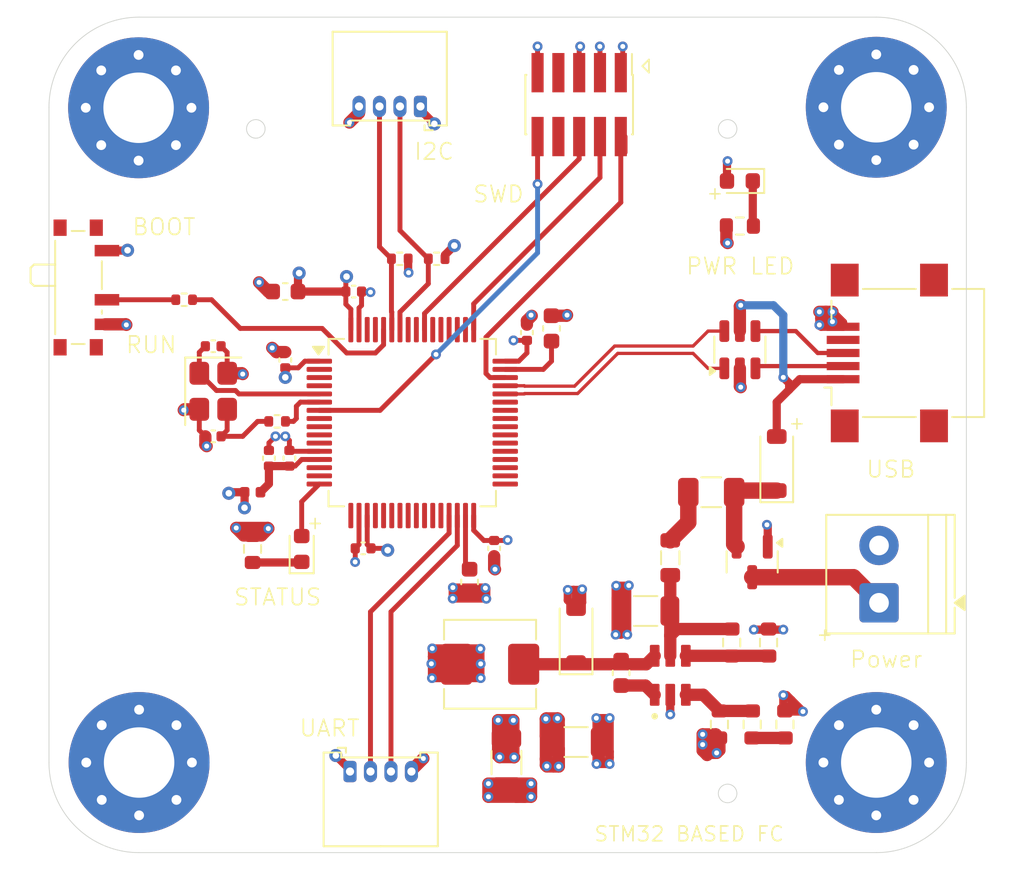
<source format=kicad_pcb>
(kicad_pcb (version 20241229) (generator "pcbnew") (generator_version "9.0")
  (layers (0 "F.Cu" signal) (4 "In1.Cu" power) (6 "In2.Cu" power) (2 "B.Cu" signal) (13 "F.Paste" user) (15 "B.Paste" user) (5 "F.SilkS" user "F.Silkscreen") (7 "B.SilkS" user "B.Silkscreen") (1 "F.Mask" user) (3 "B.Mask" user) (25 "Edge.Cuts" user))
  (net 0 "")
  (net 1 "Net-(U1-VCAP_2)")
  (net 2 "GND")
  (net 3 "Net-(U1-VCAP_1)")
  (net 4 "+3.3V")
  (net 5 "+3.3VA")
  (net 6 "HSE_IN")
  (net 7 "Net-(C12-Pad1)")
  (net 8 "BUCK_IN")
  (net 9 "BUCK_BST")
  (net 10 "BUCK_SW")
  (net 11 "Net-(D1-K)")
  (net 12 "LED_STATUS")
  (net 13 "Net-(D3-K)")
  (net 14 "+5V")
  (net 15 "Net-(D4-K)")
  (net 16 "+12V")
  (net 17 "Net-(F1-Pad2)")
  (net 18 "SWDIO")
  (net 21 "SWO")
  (net 22 "NRST")
  (net 23 "SWCLK")
  (net 24 "USB_Con_D+")
  (net 28 "USB_Con_D-")
  (net 31 "I2C_SCL")
  (net 32 "I2C_SDA")
  (net 33 "UART3_TX")
  (net 34 "UART3_RX")
  (net 35 "Net-(SW1-B)")
  (net 36 "BOOT0")
  (net 37 "HSE_OUT")
  (net 38 "BUCK_FB")
  (net 39 "Net-(R4-Pad1)")
  (net 50 "USB_D-")
  (net 52 "USB_D+")
  (net 81 "BUCK_EN")
  (footprint "Crystal:Crystal_SMD_3225-4Pin_3.2x2.5mm" (layer "F.Cu") (at 128.6 96.05 -90)
    (property "Reference" "Y1")
    (property "Value" "16MHz")
  )
  (footprint "Resistor_SMD:R_0603_1608Metric" (layer "F.Cu") (at 159.5 116.3875 -90)
    (property "Reference" "R5" (hide yes))
    (property "Value" "47k")
  )
  (footprint "Capacitor_SMD:C_0603_1608Metric" (layer "F.Cu") (at 133 89.9625 180)
    (property "Reference" "C3" (hide yes))
    (property "Value" "4u7")
  )
  (footprint "Capacitor_SMD:C_0402_1005Metric" (layer "F.Cu") (at 133 94.1375 90)
    (property "Reference" "C4")
    (property "Value" "100n")
  )
  (footprint "Connector_Molex:Molex_PicoBlade_53048-0410_1x04_P1.25mm_Horizontal" (layer "F.Cu") (at 141.25 78.6625 180)
    (property "Reference" "J4")
    (property "Value" "I2C")
  )
  (footprint "Capacitor_SMD:C_1206_3216Metric" (layer "F.Cu") (at 150.75 117.4625 180)
    (property "Reference" "C15" (hide yes))
    (property "Value" "10u")
  )
  (footprint "Capacitor_SMD:C_0402_1005Metric" (layer "F.Cu") (at 147.75 92.4625 90)
    (property "Reference" "C8")
    (property "Value" "100n")
  )
  (footprint "Capacitor_SMD:C_0402_1005Metric" (layer "F.Cu") (at 132 100.1375 90)
    (property "Reference" "C9")
    (property "Value" "1n")
  )
  (footprint "Connector_USB:USB_Mini-B_Lumberg_2486_01_Horizontal" (layer "F.Cu") (at 169.75 93.7125 90)
    (property "Reference" "J3" (hide yes))
    (property "Value" "USB_B_Mini")
  )
  (footprint "Capacitor_SMD:C_0402_1005Metric" (layer "F.Cu") (at 128.6 98.8 180)
    (property "Reference" "C12")
    (property "Value" "12p")
  )
  (footprint "Inductor_SMD:L_Sunlord_MWSA0518S" (layer "F.Cu") (at 145.5 112.7125 180)
    (property "Reference" "L2" (hide yes))
    (property "Value" "10u")
  )
  (footprint "Resistor_SMD:R_0603_1608Metric" (layer "F.Cu") (at 131 105.675 -90)
    (property "Reference" "R3" (hide yes))
    (property "Value" "1k5")
  )
  (footprint "Capacitor_SMD:C_0402_1005Metric" (layer "F.Cu") (at 137.175 89.9625)
    (property "Reference" "C7")
    (property "Value" "100n")
  )
  (footprint "MountingHole:MountingHole_4.3mm_M4_Pad_Via" (layer "F.Cu") (at 169.075 118.7125)
    (property "Reference" "H4" (hide yes))
    (property "Value" "MountingHole_Pad")
  )
  (footprint "Connector_Molex:Molex_PicoBlade_53048-0410_1x04_P1.25mm_Horizontal" (layer "F.Cu") (at 136.95 119.2625)
    (property "Reference" "J5" (hide yes))
    (property "Value" "UART")
  )
  (footprint "Capacitor_SMD:C_0402_1005Metric" (layer "F.Cu") (at 145.75 105.6375 -90)
    (property "Reference" "C6")
    (property "Value" "100n")
  )
  (footprint "MountingHole:MountingHole_4.3mm_M4_Pad_Via" (layer "F.Cu") (at 169.075 78.7125)
    (property "Reference" "H1")
    (property "Value" "MountingHole_Pad")
  )
  (footprint "MP2359DJ-LF-Z:SOT95P280X100-6N" (layer "F.Cu") (at 156.5 113.3875 90)
    (property "Reference" "U2" (hide yes))
    (property "Value" "MP2359DJ-LF-Z")
  )
  (footprint "LED_SMD:LED_0603_1608Metric" (layer "F.Cu") (at 134 105.675 90)
    (property "Reference" "D1" (hide yes))
    (property "Value" "Blue")
  )
  (footprint "Resistor_SMD:R_0603_1608Metric" (layer "F.Cu") (at 160.75 85.9625)
    (property "Reference" "R9" (hide yes))
    (property "Value" "2k2")
  )
  (footprint "Package_QFP:LQFP-64_10x10mm_P0.5mm" (layer "F.Cu") (at 140.75 97.9625)
    (property "Reference" "U1" (hide yes))
    (property "Value" "STM32F405RGT6")
  )
  (footprint "Capacitor_SMD:C_0603_1608Metric" (layer "F.Cu") (at 149.25 92.2125 90)
    (property "Reference" "C1")
    (property "Value" "2u2")
  )
  (footprint "Resistor_SMD:R_0402_1005Metric" (layer "F.Cu") (at 132.5 97.8875)
    (property "Reference" "R2")
    (property "Value" "47")
  )
  (footprint "Resistor_SMD:R_0402_1005Metric" (layer "F.Cu") (at 139.99 87.9625)
    (property "Reference" "R8")
    (property "Value" "2k2")
  )
  (footprint "Capacitor_SMD:C_0402_1005Metric" (layer "F.Cu") (at 133.25 100.1375 90)
    (property "Reference" "C10")
    (property "Value" "10n")
  )
  (footprint "Capacitor_SMD:C_0603_1608Metric" (layer "F.Cu") (at 153.5 113.2375 90)
    (property "Reference" "C14" (hide yes))
    (property "Value" "10n")
  )
  (footprint "Resistor_SMD:R_0603_1608Metric" (layer "F.Cu") (at 162.5 111.3875 90)
    (property "Reference" "R11" (hide yes))
    (property "Value" "68k")
  )
  (footprint "Capacitor_SMD:C_1206_3216Metric" (layer "F.Cu") (at 155 109.4625 180)
    (property "Reference" "C13" (hide yes))
    (property "Value" "10u")
  )
  (footprint "Resistor_SMD:R_0603_1608Metric" (layer "F.Cu") (at 163.5 116.3875 -90)
    (property "Reference" "R6" (hide yes))
    (property "Value" "270")
  )
  (footprint "Capacitor_SMD:C_0603_1608Metric" (layer "F.Cu") (at 144.25 107.6875 -90)
    (property "Reference" "C2")
    (property "Value" "2u2")
  )
  (footprint "Capacitor_SMD:C_0402_1005Metric" (layer "F.Cu") (at 128.6 93.3)
    (property "Reference" "C11")
    (property "Value" "12p")
  )
  (footprint "Resistor_SMD:R_0402_1005Metric" (layer "F.Cu") (at 126.825 90.4625 180)
    (property "Reference" "R1")
    (property "Value" "10k")
  )
  (footprint "Package_TO_SOT_SMD:SOT-23" (layer "F.Cu") (at 161.5 106.4625 -90)
    (property "Reference" "Q1" (hide yes))
    (property "Value" "AO3401A")
  )
  (footprint "LED_SMD:LED_0603_1608Metric" (layer "F.Cu") (at 160.75 83.2125 180)
    (property "Reference" "D4" (hide yes))
    (property "Value" "Green")
  )
  (footprint "Package_TO_SOT_SMD:SOT-23-6" (layer "F.Cu") (at 160.75 93.5125 90)
    (property "Reference" "U3" (hide yes))
    (property "Value" "USBLC6-2SC6")
  )
  (footprint "Connector_PinHeader_1.27mm:PinHeader_2x05_P1.27mm_Vertical_SMD" (layer "F.Cu") (at 150.94 78.55 -90)
    (property "Reference" "J2" (hide yes))
    (property "Value" "SWD")
  )
  (footprint "Capacitor_SMD:C_0402_1005Metric" (layer "F.Cu") (at 137.75 105.6375 180)
    (property "Reference" "C5")
    (property "Value" "100n")
  )
  (footprint "MountingHole:MountingHole_4.3mm_M4_Pad_Via" (layer "F.Cu") (at 124.044581 78.742919)
    (property "Reference" "H3" (hide yes))
    (property "Value" "MountingHole_Pad")
  )
  (footprint "Inductor_SMD:L_0805_2012Metric" (layer "F.Cu") (at 156.5 106.2125 -90)
    (property "Reference" "FB1" (hide yes))
    (property "Value" "600@600Mhz")
  )
  (footprint "Resistor_SMD:R_0603_1608Metric" (layer "F.Cu") (at 160.25 111.3875 -90)
    (property "Reference" "R10" (hide yes))
    (property "Value" "100k")
  )
  (footprint "TerminalBlock_Phoenix:TerminalBlock_Phoenix_PT-1,5-2-3.5-H_1x02_P3.50mm_Horizontal" (layer "F.Cu") (at 169.2425 108.9625 90)
    (property "Reference" "J1" (hide yes))
    (property "Value" "Screw_Terminal_01x02")
  )
  (footprint "Resistor_SMD:R_0603_1608Metric" (layer "F.Cu") (at 161.5 116.3875 90)
    (property "Reference" "R4" (hide yes))
    (property "Value" "15k")
  )
  (footprint "Resistor_SMD:R_0402_1005Metric" (layer "F.Cu") (at 142.24 87.9625)
    (property "Reference" "R7")
    (property "Value" "2k2")
  )
  (footprint "Diode_SMD:D_SOD-123" (layer "F.Cu") (at 150.75 110.9625 90)
    (property "Reference" "D2" (hide yes))
    (property "Value" "B5819W")
  )
  (footprint "Capacitor_SMD:C_1206_3216Metric" (layer "F.Cu") (at 146.5 118.7125 90)
    (property "Reference" "C16" (hide yes))
    (property "Value" "10u")
  )
  (footprint "Diode_SMD:D_SOD-123" (layer "F.Cu") (at 163 100.4625 90)
    (property "Reference" "D3" (hide yes))
    (property "Value" "B5819W")
  )
  (footprint "MountingHole:MountingHole_4.3mm_M4_Pad_Via" (layer "F.Cu") (at 124.075 118.7125)
    (property "Reference" "H2" (hide yes))
    (property "Value" "MountingHole_Pad")
  )
  (footprint "Inductor_SMD:L_0402_1005Metric" (layer "F.Cu") (at 131 102.2125)
    (property "Reference" "L1")
    (property "Value" "39n")
  )
  (footprint "Fuse:Fuse_1206_3216Metric" (layer "F.Cu") (at 159 102.2125 180)
    (property "Reference" "F1" (hide yes))
    (property "Value" "250mA")
  )
  (footprint "Button_Switch_SMD:SW_SPDT_PCM12" (layer "F.Cu") (at 120.682237 89.713709 -90)
    (property "Reference" "SW1" (hide yes))
    (property "Value" "SW_SPDT")
  )
  (gr_line (start 155.2 75.8) (end 154.8 76.2) (stroke (width 0.1)) (layer "F.SilkS"))
  (gr_line (start 154.8 76.2) (end 155.2 75.8) (stroke (width 0.1)) (layer "F.SilkS"))
  (gr_line (start 155.2 76.6) (end 155.2 75.8) (stroke (width 0.1)) (layer "F.SilkS"))
  (gr_line (start 154.8 76.2) (end 155.2 76.6) (stroke (width 0.1)) (layer "F.SilkS"))
  (gr_line (start 118.575 118.7125) (end 118.575 78.7125) (stroke (width 0.05)) (layer "Edge.Cuts"))
  (gr_arc (start 174.575 118.7125) (mid 172.964087 122.601587) (end 169.075 124.2125) (stroke (width 0.05)) (layer "Edge.Cuts"))
  (gr_line (start 174.575 118.7125) (end 174.575 78.7125) (stroke (width 0.05)) (layer "Edge.Cuts"))
  (gr_circle (center 160 120.6) (end 160.567 120.6) (stroke (width 0.05)) (fill no) (layer "Edge.Cuts"))
  (gr_arc (start 124.075 124.2125) (mid 120.185913 122.601587) (end 118.575 118.7125) (stroke (width 0.05)) (layer "Edge.Cuts"))
  (gr_circle (center 131.2 80.033) (end 131.767 80.033) (stroke (width 0.05)) (fill no) (layer "Edge.Cuts"))
  (gr_line (start 169.075 124.2125) (end 124.075 124.2125) (stroke (width 0.05)) (layer "Edge.Cuts"))
  (gr_circle (center 160 80.033) (end 160.567 80.033) (stroke (width 0.05)) (fill no) (layer "Edge.Cuts"))
  (gr_arc (start 118.575 78.7125) (mid 120.185913 74.823413) (end 124.075 73.2125) (stroke (width 0.05)) (layer "Edge.Cuts"))
  (gr_line (start 124.075 73.2125) (end 169.075 73.2125) (stroke (width 0.05)) (layer "Edge.Cuts"))
  (gr_arc (start 169.075 73.2125) (mid 172.964087 74.823413) (end 174.575 78.7125) (stroke (width 0.05)) (layer "Edge.Cuts"))
  (gr_text "RUN\n" (at 123.2 93.8 0) (layer "F.SilkS") (effects (font (size 1 1) (thickness 0.1)) (justify left bottom)))
  (gr_text "+" (at 158.667828 84.405164 0) (layer "F.SilkS") (effects (font (size 0.8 0.8) (thickness 0.1)) (justify left bottom)))
  (gr_text "STATUS" (at 129.8 109.2 0) (layer "F.SilkS") (effects (font (size 1 1) (thickness 0.1)) (justify left bottom)))
  (gr_text "+" (at 165.369099 111.346194 0) (layer "F.SilkS") (effects (font (size 0.8 0.8) (thickness 0.1)) (justify left bottom)))
  (gr_text "STM32 BASED FC" (at 151.8 123.6 0) (layer "F.SilkS") (effects (font (size 0.9 0.9) (thickness 0.1)) (justify left bottom)))
  (gr_text "USB" (at 168.4 101.4 0) (layer "F.SilkS") (effects (font (size 1 1) (thickness 0.1)) (justify left bottom)))
  (gr_text "UART" (at 133.8 117.2 0) (layer "F.SilkS") (effects (font (size 1 1) (thickness 0.1)) (justify left bottom)))
  (gr_text "SWD" (at 144.4 84.6 0) (layer "F.SilkS") (effects (font (size 1 1) (thickness 0.1)) (justify left bottom)))
  (gr_text "BOOT" (at 123.6 86.6 0) (layer "F.SilkS") (effects (font (size 1 1) (thickness 0.1)) (justify left bottom)))
  (gr_text "+" (at 134.261314 104.528188 0) (layer "F.SilkS") (effects (font (size 0.8 0.8) (thickness 0.1)) (justify left bottom)))
  (gr_text "+" (at 163.67197 98.443539 0) (layer "F.SilkS") (effects (font (size 0.8 0.8) (thickness 0.1)) (justify left bottom)))
  (gr_text "I2C" (at 140.8 82 0) (layer "F.SilkS") (effects (font (size 1 1) (thickness 0.1)) (justify left bottom)))
  (gr_text "Power" (at 167.4 113 0) (layer "F.SilkS") (effects (font (size 1 1) (thickness 0.1)) (justify left bottom)))
  (gr_text "PWR LED\n" (at 157.4 89 0) (layer "F.SilkS") (effects (font (size 1 1) (thickness 0.1)) (justify left bottom)))
  (segment (start 149.25 92.9875) (end 149.25 94.2125) (width 0.3) (layer "F.Cu") (net 1))
  (segment (start 149.25 94.2125) (end 148.75 94.7125) (width 0.3) (layer "F.Cu") (net 1))
  (segment (start 148.75 94.7125) (end 146.425 94.7125) (width 0.3) (layer "F.Cu") (net 1))
  (segment (start 147.6 120.8) (end 148 120.8) (width 0.75) (layer "F.Cu") (net 2))
  (segment (start 153.166528 109.6) (end 153.166528 110.6) (width 0.5) (layer "F.Cu") (net 2))
  (segment (start 165.6 91.6) (end 165.8 91.8) (width 0.5) (layer "F.Cu") (net 2))
  (segment (start 128.12 99.32) (end 128.2 99.4) (width 0.75) (layer "F.Cu") (net 2))
  (segment (start 137.5 79.060359) (end 136.915629 79.64473) (width 0.75) (layer "F.Cu") (net 2))
  (segment (start 146.5 120.1875) (end 147.1125 120.8) (width 0.75) (layer "F.Cu") (net 2))
  (segment (start 162.45 104.25) (end 162.4 104.2) (width 0.5) (layer "F.Cu") (net 2))
  (segment (start 148 120.8) (end 148 120) (width 0.75) (layer "F.Cu") (net 2))
  (segment (start 153.683265 110.716735) (end 153.166528 110.199999) (width 0.5) (layer "F.Cu") (net 2))
  (segment (start 164.6 115.6) (end 163.5375 115.6) (width 0.5) (layer "F.Cu") (net 2))
  (segment (start 137.5 78.6625) (end 137.5 79.060359) (width 0.75) (layer "F.Cu") (net 2))
  (segment (start 131 104.85) (end 130.462969 104.85) (width 0.75) (layer "F.Cu") (net 2))
  (segment (start 140.7 119.2625) (end 140.7 119.192978) (width 0.75) (layer "F.Cu") (net 2))
  (segment (start 130.005527 104.392558) (end 131.925557 104.392558) (width 0.75) (layer "F.Cu") (net 2))
  (segment (start 147.1125 120.8) (end 147.6 120.8) (width 0.75) (layer "F.Cu") (net 2))
  (segment (start 130.462969 104.85) (end 130.005527 104.392558) (width 0.75) (layer "F.Cu") (net 2))
  (segment (start 152.225 117.4625) (end 152.225 118.425) (width 0.5) (layer "F.Cu") (net 2))
  (segment (start 146.5 120.1875) (end 147.4125 120.1875) (width 0.75) (layer "F.Cu") (net 2))
  (segment (start 137.655 89.9625) (end 138.1625 89.9625) (width 0.3) (layer "F.Cu") (net 2))
  (segment (start 149.25 91.4375) (end 150.1625 91.4375) (width 0.75) (layer "F.Cu") (net 2))
  (segment (start 132 99.2) (end 132.4 98.8) (width 0.3) (layer "F.Cu") (net 2))
  (segment (start 165.6 91.2) (end 166 91.2) (width 0.75) (layer "F.Cu") (net 2))
  (segment (start 156.5 114.5775) (end 156.5 115.776634) (width 0.5) (layer "F.Cu") (net 2))
  (segment (start 152.225 117.4625) (end 152.8 118.0375) (width 0.5) (layer "F.Cu") (net 2))
  (segment (start 152.225 116.575) (end 152.8 116) (width 0.5) (layer "F.Cu") (net 2))
  (segment (start 147.6 120) (end 148 120) (width 0.75) (layer "F.Cu") (net 2))
  (segment (start 167.05 92.1125) (end 165.7125 92.1125) (width 0.5) (layer "F.Cu") (net 2))
  (segment (start 147.4125 120.1875) (end 147.6 120) (width 0.75) (layer "F.Cu") (net 2))
  (segment (start 137.655 89.9625) (end 137.655 90.8085) (width 0.3) (layer "F.Cu") (net 2))
  (segment (start 152.21 75.01) (end 152.2 75) (width 0.3) (layer "F.Cu") (net 2))
  (segment (start 150.1625 91.4375) (end 150.2 91.4) (width 0.75) (layer "F.Cu") (net 2))
  (segment (start 153.166528 110.6) (end 153.166528 107.951691) (width 0.5) (layer "F.Cu") (net 2))
  (segment (start 153.166528 110.906611) (end 153.166528 110.6) (width 0.5) (layer "F.Cu") (net 2))
  (segment (start 166.4 91.8) (end 165.8 91.8) (width 0.5) (layer "F.Cu") (net 2))
  (segment (start 167.05 91.85) (end 166.4 91.2) (width 0.5) (layer "F.Cu") (net 2))
  (segment (start 163.5375 115.6) (end 163.5 115.5625) (width 0.5) (layer "F.Cu") (net 2))
  (segment (start 145.4 120.8) (end 147.6 120.8) (width 0.75) (layer "F.Cu") (net 2))
  (segment (start 166 92) (end 166.2 92) (width 0.5) (layer "F.Cu") (net 2))
  (segment (start 137.5 103.6375) (end 137.5 105.4075) (width 0.3) (layer "F.Cu") (net 2))
  (segment (start 152.6 118.8) (end 152.8 118.8) (width 0.5) (layer "F.Cu") (net 2))
  (segment (start 133.305 99.7125) (end 135.075 99.7125) (width 0.3) (layer "F.Cu") (net 2))
  (segment (start 143.221011 108.699372) (end 145.25386 108.699372) (width 0.5) (layer "F.Cu") (net 2))
  (segment (start 131.542533 104.85) (end 131.962766 104.429767) (width 0.75) (layer "F.Cu") (net 2))
  (segment (start 150.94 75.06) (end 151 75) (width 0.3) (layer "F.Cu") (net 2))
  (segment (start 152.798182 116.001818) (end 152.8 116) (width 0.5) (layer "F.Cu") (net 2))
  (segment (start 145.269031 108.115307) (end 145.215934 108.06221) (width 0.5) (layer "F.Cu") (net 2))
  (segment (start 122.005 91.9625) (end 123.262997 91.9625) (width 0.75) (layer "F.Cu") (net 2))
  (segment (start 147.75 91.9825) (end 147.75 91.73922) (width 0.75) (layer "F.Cu") (net 2))
  (segment (start 152.8 118.4) (end 152.8 116) (width 0.5) (layer "F.Cu") (net 2))
  (segment (start 126.85 97.15) (end 126.8 97.2) (width 0.75) (layer "F.Cu") (net 2))
  (segment (start 152.225 117.4625) (end 152.225 116.575) (width 0.5) (layer "F.Cu") (net 2))
  (segment (start 133.25 99.6575) (end 133.305 99.7125) (width 0.3) (layer "F.Cu") (net 2))
  (segment (start 166 91.2) (end 166.4 91.2) (width 0.75) (layer "F.Cu") (net 2))
  (segment (start 160.75 95.75) (end 160.8 95.8) (width 0.75) (layer "F.Cu") (net 2))
  (segment (start 143.221011 108.039454) (end 143.228596 108.031869) (width 0.5) (layer "F.Cu") (net 2))
  (segment (start 153.166528 110.906611) (end 153.493389 110.906611) (width 0.5) (layer "F.Cu") (net 2))
  (segment (start 151.121942 108.940558) (end 150.75 109.3125) (width 0.5) (layer "F.Cu") (net 2))
  (segment (start 150.243884 108.175091) (end 150.243884 108.806384) (width 0.5) (layer "F.Cu") (net 2))
  (segment (start 165.6 91.2) (end 165.6 91.6) (width 0.5) (layer "F.Cu") (net 2))
  (segment (start 151.086103 108.175091) (end 151.121942 108.139252) (width 0.5) (layer "F.Cu") (net 2))
  (segment (start 132.225 89.9625) (end 131.9625 89.9625) (width 0.75) (layer "F.Cu") (net 2))
  (segment (start 152.21 76.6) (end 152.21 75.01) (width 0.3) (layer "F.Cu") (net 2))
  (segment (start 151.121942 108.139252) (end 151.121942 108.940558) (width 0.5) (layer "F.Cu") (net 2))
  (segment (start 143.659227 108.4625) (end 143.228596 108.031869) (width 0.5) (layer "F.Cu") (net 2))
  (segment (start 163.9 114.9) (end 164.6 115.6) (width 0.5) (layer "F.Cu") (net 2))
  (segment (start 153.87314 107.999868) (end 153.969496 107.903512) (width 0.5) (layer "F.Cu") (net 2))
  (segment (start 150.6 108.175091) (end 151.086103 108.175091) (width 0.5) (layer "F.Cu") (net 2))
  (segment (start 152.225 118.425) (end 152.6 118.8) (width 0.5) (layer "F.Cu") (net 2))
  (segment (start 131.9625 89.9625) (end 131.4 89.4) (width 0.75) (layer "F.Cu") (net 2))
  (segment (start 143.228596 108.031869) (end 145.185593 108.031869) (width 0.5) (layer "F.Cu") (net 2))
  (segment (start 159.925 86.925) (end 160 87) (width 0.75) (layer "F.Cu") (net 2))
  (segment (start 129.7 94.475) (end 129.7 95.2) (width 0.3) (layer "F.Cu") (net 2))
  (segment (start 123.262997 91.9625) (end 123.295348 91.994851) (width 0.75) (layer "F.Cu") (net 2))
  (segment (start 166.4 91.8) (end 166.4 91.6) (width 0.5) (layer "F.Cu") (net 2))
  (segment (start 145.269031 108.714543) (end 145.269031 108.115307) (width 0.5) (layer "F.Cu") (net 2))
  (segment (start 144.25 108.4625) (end 144.815644 108.4625) (width 0.5) (layer "F.Cu") (net 2))
  (segment (start 150.243884 108.175091) (end 150.6 108.175091) (width 0.5) (layer "F.Cu") (net 2))
  (segment (start 166.2 92) (end 166.4 91.8) (width 0.5) (layer "F.Cu") (net 2))
  (segment (start 151.985673 116.001818) (end 152.4 116.001818) (width 0.5) (layer "F.Cu") (net 2))
  (segment (start 160.75 94.65) (end 160.75 95.75) (width 0.75) (layer "F.Cu") (net 2))
  (segment (start 152 118.8) (end 152 116.016145) (width 0.5) (layer "F.Cu") (net 2))
  (segment (start 137.27 105.6375) (end 137.27 106.46259) (width 0.3) (layer "F.Cu") (net 2))
  (segment (start 153.87314 110.906611) (end 153.683265 110.716735) (width 0.5) (layer "F.Cu") (net 2))
  (segment (start 129.45 94.95) (end 130.35 94.95) (width 0.75) (layer "F.Cu") (net 2))
  (segment (start 130.35 94.95) (end 130.4 95) (width 0.75) (layer "F.Cu") (net 2))
  (segment (start 163.4 115.4625) (end 163.5 115.5625) (width 0.5) (layer "F.Cu") (net 2))
  (segment (start 163.4 114.6) (end 163.6 114.6) (width 0.5) (layer "F.Cu") (net 2))
  (segment (start 147.75 91.73922) (end 148.04461 91.44461) (width 0.75) (layer "F.Cu") (net 2))
  (segment (start 152 118.8) (end 152.6 118.8) (width 0.5) (layer "F.Cu") (net 2))
  (segment (start 148.4 76.6) (end 148.4 75) (width 0.3) (layer "F.Cu") (net 2))
  (segment (start 152.225 116.176818) (end 152.4 116.001818) (width 0.5) (layer "F.Cu") (net 2))
  (segment (start 163.5 115.5625) (end 163.9 115.1625) (width 0.5) (layer "F.Cu") (net 2))
  (segment (start 140.7 119.192978) (end 141.427475 118.465503) (width 0.75) (layer "F.Cu") (net 2))
  (segment (start 163.9 115.1625) (end 163.9 114.9) (width 0.5) (layer "F.Cu") (net 2))
  (segment (start 152.4 116.001818) (end 152.798182 116.001818) (width 0.5) (layer "F.Cu") (net 2))
  (segment (start 145.185593 108.031869) (end 145.215934 108.06221) (width 0.5) (layer "F.Cu") (net 2))
  (segment (start 129.45 94.95) (end 129.45 93.67) (width 0.3) (layer "F.Cu") (net 2))
  (segment (start 152.8 118.8) (end 152.8 118.4) (width 0.5) (layer "F.Cu") (net 2))
  (segment (start 163.6 114.6) (end 163.9 114.9) (width 0.5) (layer "F.Cu") (net 2))
  (segment (start 127.75 98.43) (end 128.12 98.8) (width 0.3) (layer "F.Cu") (net 2))
  (segment (start 165.6 92) (end 165.6 91.2) (width 0.5) (layer "F.Cu") (net 2))
  (segment (start 144.815644 108.4625) (end 145.215934 108.06221) (width 0.5) (layer "F.Cu") (net 2))
  (segment (start 153.87314 110.906611) (end 153.87314 107.999868) (width 0.5) (layer "F.Cu") (net 2))
  (segment (start 162.45 105.525) (end 162.45 104.25) (width 0.5) (layer "F.Cu") (net 2))
  (segment (start 163.4 114.6) (end 163.4 115.4625) (width 0.5) (layer "F.Cu") (net 2))
  (segment (start 137.5 90.9635) (end 137.5 92.2875) (width 0.3) (layer "F.Cu") (net 2))
  (segment (start 150.94 76.6) (end 150.94 75.06) (width 0.3) (layer "F.Cu") (net 2))
  (segment (start 145.4 120.8) (end 145.4 120) (width 0.75) (layer "F.Cu") (net 2))
  (segment (start 152.8 118.0375) (end 152.8 118.4) (width 0.5) (layer "F.Cu") (net 2))
  (segment (start 159.925 85.9625) (end 159.925 86.925) (width 0.75) (layer "F.Cu") (net 2))
  (segment (start 165.7125 92.1125) (end 165.6 92) (width 0.5) (layer "F.Cu") (net 2))
  (segment (start 137.655 90.8085) (end 137.5 90.9635) (width 0.3) (layer "F.Cu") (net 2))
  (segment (start 153.198647 107.919572) (end 153.953436 107.919572) (width 0.5) (layer "F.Cu") (net 2))
  (segment (start 128.12 98.8) (end 128.12 99.32) (width 0.75) (layer "F.Cu") (net 2))
  (segment (start 137.27 106.46259) (end 137.263137 106.469453) (width 0.3) (layer "F.Cu") (net 2))
  (segment (start 167.05 92.1125) (end 167.05 91.85) (width 0.5) (layer "F.Cu") (net 2))
  (segment (start 127.75 97.15) (end 126.85 97.15) (width 0.75) (layer "F.Cu") (net 2))
  (segment (start 133.25 99.05) (end 133 98.8) (width 0.3) (layer "F.Cu") (net 2))
  (segment (start 145.75 106.1175) (end 145.75 106.865077) (width 0.75) (layer "F.Cu") (net 2))
  (segment (start 152.225 117.4625) (end 152.225 116.176818) (width 0.5) (layer "F.Cu") (net 2))
  (segment (start 150.75 109.3125) (end 150.75 108.325091) (width 0.5) (layer "F.Cu") (net 2))
  (segment (start 153.166528 108.70648) (end 153.166528 109.6) (width 0.5) (layer "F.Cu") (net 2))
  (segment (start 137.5 105.4075) (end 137.27 105.6375) (width 0.3) (layer "F.Cu") (net 2))
  (segment (start 133 93.6575) (end 132.4575 93.6575) (width 0.75) (layer "F.Cu") (net 2))
  (segment (start 161.6 110.6) (end 163.4 110.6) (width 0.5) (layer "F.Cu") (net 2))
  (segment (start 132 99.6575) (end 132 99.2) (width 0.3) (layer "F.Cu") (net 2))
  (segment (start 143.221011 108.699372) (end 143.221011 108.039454) (width 0.5) (layer "F.Cu") (net 2))
  (segment (start 153.969496 107.903512) (end 153.166528 108.70648) (width 0.5) (layer "F.Cu") (net 2))
  (segment (start 150.75 108.325091) (end 150.6 108.175091) (width 0.5) (layer "F.Cu") (net 2))
  (segment (start 133.25 99.6575) (end 133.25 99.05) (width 0.3) (layer "F.Cu") (net 2))
  (segment (start 145.75 106.865077) (end 145.803088 106.918165) (width 0.75) (layer "F.Cu") (net 2))
  (segment (start 129.45 93.67) (end 129.08 93.3) (width 0.3) (layer "F.Cu") (net 2))
  (segment (start 152 116.016145) (end 151.985673 116.001818) (width 0.5) (layer "F.Cu") (net 2))
  (segment (start 132.4575 93.6575) (end 132.2 93.4) (width 0.75) (layer "F.Cu") (net 2))
  (segment (start 165.6 92) (end 166 92) (width 0.5) (layer "F.Cu") (net 2))
  (segment (start 153.166528 107.951691) (end 153.198647 107.919572) (width 0.5) (layer "F.Cu") (net 2))
  (segment (start 153.953436 107.919572) (end 153.969496 107.903512) (width 0.5) (layer "F.Cu") (net 2))
  (segment (start 150.243884 108.806384) (end 150.75 109.3125) (width 0.5) (layer "F.Cu") (net 2))
  (segment (start 165.8 91.8) (end 166 92) (width 0.5) (layer "F.Cu") (net 2))
  (segment (start 127.75 97.15) (end 127.75 98.43) (width 0.3) (layer "F.Cu") (net 2))
  (segment (start 156.5 115.776634) (end 156.499867 115.776767) (width 0.5) (layer "F.Cu") (net 2))
  (segment (start 131.925557 104.392558) (end 131.962766 104.429767) (width 0.75) (layer "F.Cu") (net 2))
  (segment (start 153.166528 110.199999) (end 153.166528 109.6) (width 0.5) (layer "F.Cu") (net 2))
  (segment (start 153.493389 110.906611) (end 153.683265 110.716735) (width 0.5) (layer "F.Cu") (net 2))
  (segment (start 166.4 91.6) (end 166 91.2) (width 0.5) (layer "F.Cu") (net 2))
  (segment (start 131 104.85) (end 131.542533 104.85) (width 0.75) (layer "F.Cu") (net 2))
  (segment (start 138.1625 89.9625) (end 138.2 90) (width 0.3) (layer "F.Cu") (net 2))
  (segment (start 144.25 108.4625) (end 143.659227 108.4625) (width 0.5) (layer "F.Cu") (net 2))
  (segment (start 145.25386 108.699372) (end 145.269031 108.714543) (width 0.5) (layer "F.Cu") (net 2))
  (segment (start 145.4 120) (end 147.6 120) (width 0.75) (layer "F.Cu") (net 2))
  (via (at 136.915629 79.64473) (size 0.6) (drill 0.3) (layers "F.Cu" "B.Cu") (net 2))
  (via (at 131.962766 104.429767) (size 0.6) (drill 0.3) (layers "F.Cu" "B.Cu") (net 2))
  (via (at 163.4 114.6) (size 0.6) (drill 0.3) (layers "F.Cu" "B.Cu") (net 2))
  (via (at 145.4 120) (size 0.6) (drill 0.3) (layers "F.Cu" "B.Cu") (net 2))
  (via (at 145.803088 106.918165) (size 0.6) (drill 0.3) (layers "F.Cu" "B.Cu") (net 2))
  (via (at 152.8 118.8) (size 0.6) (drill 0.3) (layers "F.Cu" "B.Cu") (net 2))
  (via (at 152.8 116) (size 0.6) (drill 0.3) (layers "F.Cu" "B.Cu") (net 2))
  (via (at 160.8 95.8) (size 0.6) (drill 0.3) (layers "F.Cu" "B.Cu") (net 2))
  (via (at 152.2 75) (size 0.6) (drill 0.3) (layers "F.Cu" "B.Cu") (net 2))
  (via (at 153.198647 107.919572) (size 0.6) (drill 0.3) (layers "F.Cu" "B.Cu") (net 2))
  (via (at 130.005527 104.392558) (size 0.6) (drill 0.3) (layers "F.Cu" "B.Cu") (net 2))
  (via (at 138.2 90) (size 0.6) (drill 0.3) (layers "F.Cu" "B.Cu") (net 2))
  (via (at 130.4 95) (size 0.6) (drill 0.3) (layers "F.Cu" "B.Cu") (net 2))
  (via (at 153.969496 107.903512) (size 0.6) (drill 0.3) (layers "F.Cu" "B.Cu") (net 2))
  (via (at 128.2 99.4) (size 0.6) (drill 0.3) (layers "F.Cu" "B.Cu") (net 2))
  (via (at 165.6 92) (size 0.6) (drill 0.3) (layers "F.Cu" "B.Cu") (net 2))
  (via (at 126.8 97.2) (size 0.6) (drill 0.3) (layers "F.Cu" "B.Cu") (net 2))
  (via (at 160 87) (size 0.6) (drill 0.3) (layers "F.Cu" "B.Cu") (net 2))
  (via (at 148.4 75) (size 0.6) (drill 0.3) (layers "F.Cu" "B.Cu") (net 2))
  (via (at 156.499867 115.776767) (size 0.6) (drill 0.3) (layers "F.Cu" "B.Cu") (net 2))
  (via (at 150.243884 108.175091) (size 0.6) (drill 0.3) (layers "F.Cu" "B.Cu") (net 2))
  (via (at 148 91.4) (size 0.6) (drill 0.3) (layers "F.Cu" "B.Cu") (net 2))
  (via (at 166.4 91.8) (size 0.6) (drill 0.3) (layers "F.Cu" "B.Cu") (net 2))
  (via (at 137.263137 106.469453) (size 0.6) (drill 0.3) (layers "F.Cu" "B.Cu") (net 2))
  (via (at 145.4 120.8) (size 0.6) (drill 0.3) (layers "F.Cu" "B.Cu") (net 2))
  (via (at 143.221011 108.699372) (size 0.6) (drill 0.3) (layers "F.Cu" "B.Cu") (net 2))
  (via (at 132.4 98.8) (size 0.6) (drill 0.3) (layers "F.Cu" "B.Cu") (net 2))
  (via (at 153.166528 110.906611) (size 0.6) (drill 0.3) (layers "F.Cu" "B.Cu") (net 2))
  (via (at 165.6 91.2) (size 0.6) (drill 0.3) (layers "F.Cu" "B.Cu") (net 2))
  (via (at 163.4 110.6) (size 0.6) (drill 0.3) (layers "F.Cu" "B.Cu") (net 2))
  (via (at 148 120.8) (size 0.6) (drill 0.3) (layers "F.Cu" "B.Cu") (net 2))
  (via (at 150.2 91.4) (size 0.6) (drill 0.3) (layers "F.Cu" "B.Cu") (net 2))
  (via (at 145.215934 108.06221) (size 0.6) (drill 0.3) (layers "F.Cu" "B.Cu") (net 2))
  (via (at 143.228596 108.031869) (size 0.6) (drill 0.3) (layers "F.Cu" "B.Cu") (net 2))
  (via (at 123.295348 91.994851) (size 0.6) (drill 0.3) (layers "F.Cu" "B.Cu") (net 2))
  (via (at 153.87314 110.906611) (size 0.6) (drill 0.3) (layers "F.Cu" "B.Cu") (net 2))
  (via (at 152 118.8) (size 0.6) (drill 0.3) (layers "F.Cu" "B.Cu") (net 2))
  (via (at 162.4 104.2) (size 0.6) (drill 0.3) (layers "F.Cu" "B.Cu") (net 2))
  (via (at 131.4 89.4) (size 0.6) (drill 0.3) (layers "F.Cu" "B.Cu") (net 2))
  (via (at 151.121942 108.139252) (size 0.6) (drill 0.3) (layers "F.Cu" "B.Cu") (net 2))
  (via (at 151 75) (size 0.6) (drill 0.3) (layers "F.Cu" "B.Cu") (net 2))
  (via (at 145.269031 108.714543) (size 0.6) (drill 0.3) (layers "F.Cu" "B.Cu") (net 2))
  (via (at 151.985673 116.001818) (size 0.6) (drill 0.3) (layers "F.Cu" "B.Cu") (net 2))
  (via (at 164.6 115.6) (size 0.6) (drill 0.3) (layers "F.Cu" "B.Cu") (net 2))
  (via (at 166.4 91.2) (size 0.6) (drill 0.3) (layers "F.Cu" "B.Cu") (net 2))
  (via (at 132.2 93.4) (size 0.6) (drill 0.3) (layers "F.Cu" "B.Cu") (net 2))
  (via (at 133 98.8) (size 0.6) (drill 0.3) (layers "F.Cu" "B.Cu") (net 2))
  (via (at 161.6 110.6) (size 0.6) (drill 0.3) (layers "F.Cu" "B.Cu") (net 2))
  (via (at 148 120) (size 0.6) (drill 0.3) (layers "F.Cu" "B.Cu") (net 2))
  (via (at 141.427475 118.465503) (size 0.6) (drill 0.3) (layers "F.Cu" "B.Cu") (net 2))
  (segment (start 144 106.6625) (end 144.25 106.9125) (width 0.3) (layer "F.Cu") (net 3))
  (segment (start 144 103.6375) (end 144 106.6625) (width 0.3) (layer "F.Cu") (net 3))
  (segment (start 143.45 112.7125) (end 142.799735 112.7125) (width 0.5) (layer "F.Cu") (net 4))
  (segment (start 136.695 89.091618) (end 136.73876 89.047858) (width 0.3) (layer "F.Cu") (net 4))
  (segment (start 141.25 78.87819) (end 142.097034 79.725224) (width 0.5) (layer "F.Cu") (net 4))
  (segment (start 142.203325 112.5) (end 141.953325 112.25) (width 0.5) (layer "F.Cu") (net 4))
  (segment (start 148.977352 118.950994) (end 148.96254 118.936182) (width 0.75) (layer "F.Cu") (net 4))
  (segment (start 144.926968 112.688421) (end 144.907906 112.669359) (width 0.5) (layer "F.Cu") (net 4))
  (segment (start 149.68941 118.950994) (end 149.358833 118.950994) (width 0.75) (layer "F.Cu") (net 4))
  (segment (start 136.695 90.7325) (end 137 91.0375) (width 0.3) (layer "F.Cu") (net 4))
  (segment (start 158.876316 118.123684) (end 159.329846 118.123684) (width 0.75) (layer "F.Cu") (net 4))
  (segment (start 145.12 105.1575) (end 145.75 105.1575) (width 0.3) (layer "F.Cu") (net 4))
  (segment (start 145.990449 116.128194) (end 145.990449 118.288886) (width 0.75) (layer "F.Cu") (net 4))
  (segment (start 141.945635 112.7125) (end 141.915202 112.682067) (width 0.5) (layer "F.Cu") (net 4))
  (segment (start 144.907906 111.7671) (end 144.907906 112.25) (width 0.5) (layer "F.Cu") (net 4))
  (segment (start 142.75 87.9625) (end 142.75 87.725375) (width 0.5) (layer "F.Cu") (net 4))
  (segment (start 142.487174 112.5) (end 142.203325 112.5) (width 0.5) (layer "F.Cu") (net 4))
  (segment (start 146.54493 105.1575) (end 146.571955 105.130475) (width 0.3) (layer "F.Cu") (net 4))
  (segment (start 144.462503 112.212503) (end 144.907906 111.7671) (width 0.5) (layer "F.Cu") (net 4))
  (segment (start 143.45 112.7125) (end 143.962506 112.7125) (width 0.5) (layer "F.Cu") (net 4))
  (segment (start 141.972387 111.748039) (end 144.888845 111.748039) (width 0.5) (layer "F.Cu") (net 4))
  (segment (start 148.907839 116.046142) (end 148.907839 118.5) (width 0.75) (layer "F.Cu") (net 4))
  (segment (start 147.25 94.2125) (end 146.425 94.2125) (width 0.3) (layer "F.Cu") (net 4))
  (segment (start 146.081617 116.97606) (end 146.920367 116.13731) (width 0.75) (layer "F.Cu") (net 4))
  (segment (start 122.005 87.4625) (end 123.348518 87.4625) (width 0.5) (layer "F.Cu") (net 4))
  (segment (start 159.9625 83.2125) (end 159.9625 82.0375) (width 0.5) (layer "F.Cu") (net 4))
  (segment (start 138.23 105.6375) (end 139.1375 105.6375) (width 0.3) (layer "F.Cu") (net 4))
  (segment (start 146.920367 116.13731) (end 146.920367 118.343587) (width 0.75) (layer "F.Cu") (net 4))
  (segment (start 141.953325 111.767101) (end 141.972387 111.748039) (width 0.5) (layer "F.Cu") (net 4))
  (segment (start 149.235552 116.046142) (end 149.68941 116.5) (width 0.75) (layer "F.Cu") (net 4))
  (segment (start 140.5 87.9625) (end 140.5 88.782671) (width 0.5) (layer "F.Cu") (net 4))
  (segment (start 145.990449 117.413669) (end 146.920367 118.343587) (width 0.75) (layer "F.Cu") (net 4))
  (segment (start 123.348518 87.4625) (end 123.370902 87.440116) (width 0.5) (layer "F.Cu") (net 4))
  (segment (start 145.990449 118.288886) (end 146.081617 118.380054) (width 0.75) (layer "F.Cu") (net 4))
  (segment (start 159.5 117.95353) (end 159.329846 118.123684) (width 0.75) (layer "F.Cu") (net 4))
  (segment (start 140.5 88.782671) (end 140.525982 88.808653) (width 0.5) (layer "F.Cu") (net 4))
  (segment (start 130.515 102.2125) (end 129.613295 102.2125) (width 0.5) (layer "F.Cu") (net 4))
  (segment (start 133.775 89.9625) (end 133.775 88.903777) (width 0.5) (layer "F.Cu") (net 4))
  (segment (start 148.907839 117.095339) (end 149.275 117.4625) (width 0.75) (layer "F.Cu") (net 4))
  (segment (start 144.462503 112.212503) (end 144.462503 112.223956) (width 0.5) (layer "F.Cu") (net 4))
  (segment (start 158.476592 117.976592) (end 158.75 118.25) (width 0.75) (layer "F.Cu") (net 4))
  (segment (start 136.695 89.9625) (end 136.695 90.7325) (width 0.3) (layer "F.Cu") (net 4))
  (segment (start 146.081617 118.380054) (end 146.956834 118.380054) (width 0.75) (layer "F.Cu") (net 4))
  (segment (start 142.75 87.725375) (end 143.318656 87.156719) (width 0.5) (layer "F.Cu") (net 4))
  (segment (start 149.68941 118.950994) (end 149.68941 116.5) (width 0.75) (layer "F.Cu") (net 4))
  (segment (start 133.775 89.9625) (end 136.695 89.9625) (width 0.5) (layer "F.Cu") (net 4))
  (segment (start 144.462503 112.223956) (end 144.926968 112.688421) (width 0.5) (layer "F.Cu") (net 4))
  (segment (start 143.45 112.7125) (end 144.902889 112.7125) (width 0.5) (layer "F.Cu") (net 4))
  (segment (start 159.096156 117.616344) (end 159.5 117.2125) (width 0.75) (layer "F.Cu") (net 4))
  (segment (start 146.956834 118.380054) (end 146.965951 118.389171) (width 0.75) (layer "F.Cu") (net 4))
  (segment (start 147.75 93.7125) (end 147.25 94.2125) (width 0.3) (layer "F.Cu") (net 4))
  (segment (start 142.631118 112.881118) (end 142.487174 112.737174) (width 0.5) (layer "F.Cu") (net 4))
  (segment (start 141.953325 113.55891) (end 144.926968 113.55891) (width 0.5) (layer "F.Cu") (net 4))
  (segment (start 143.45 112.7125) (end 142.936848 112.7125) (width 0.5) (layer "F.Cu") (net 4))
  (segment (start 129.613295 102.2125) (end 129.550873 102.274922) (width 0.5) (layer "F.Cu") (net 4))
  (segment (start 158.476592 117.616344) (end 159.096156 117.616344) (width 0.75) (layer "F.Cu") (net 4))
  (segment (start 133 94.6175) (end 133 95.2) (width 0.3) (layer "F.Cu") (net 4))
  (segment (start 134.195466 94.2125) (end 135.075 94.2125) (width 0.3) (layer "F.Cu") (net 4))
  (segment (start 136.95 119.2625) (end 136.95 119.147568) (width 0.5) (layer "F.Cu") (net 4))
  (segment (start 148.907839 116.046142) (end 149.235552 116.046142) (width 0.75) (layer "F.Cu") (net 4))
  (segment (start 158.75 118.25) (end 158.876316 118.123684) (width 0.75) (layer "F.Cu") (net 4))
  (segment (start 148.93519 116.018791) (end 148.907839 116.046142) (width 0.75) (layer "F.Cu") (net 4))
  (segment (start 143.962506 112.7125) (end 144.462503 112.212503) (width 0.5) (layer "F.Cu") (net 4))
  (segment (start 133.775 88.903777) (end 133.844478 88.834299) (width 0.5) (layer "F.Cu") (net 4))
  (segment (start 143.45 112.7125) (end 141.945635 112.7125) (width 0.5) (layer "F.Cu") (net 4))
  (segment (start 145.990449 116.128194) (end 146.911251 116.128194) (width 0.75) (layer "F.Cu") (net 4))
  (segment (start 159.281199 116.993699) (end 159.5 117.2125) (width 0.75) (layer "F.Cu") (net 4))
  (segment (start 144.902889 112.7125) (end 144.926968 112.688421) (width 0.5) (layer "F.Cu") (net 4))
  (segment (start 138 103.6375) (end 138 105.4075) (width 0.3) (layer "F.Cu") (net 4))
  (segment (start 142.799735 112.7125) (end 142.631118 112.881118) (width 0.5) (layer "F.Cu") (net 4))
  (segment (start 142.487174 112.737174) (end 142.487174 112.5) (width 0.5) (layer "F.Cu") (net 4))
  (segment (start 148.907839 118.5) (end 148.907839 118.881481) (width 0.75) (layer "F.Cu") (net 4))
  (segment (start 145.75 105.1575) (end 146.54493 105.1575) (width 0.3) (layer "F.Cu") (net 4))
  (segment (start 146.081617 118.380054) (end 146.081617 116.97606) (width 0.75) (layer "F.Cu") (net 4))
  (segment (start 148.907839 118.881481) (end 148.96254 118.936182) (width 0.75) (layer "F.Cu") (net 4))
  (segment (start 133 94.6175) (end 133.790466 94.6175) (width 0.3) (layer "F.Cu") (net 4))
  (segment (start 146.911251 116.128194) (end 146.920367 116.13731) (width 0.75) (layer "F.Cu") (net 4))
  (segment (start 143.45 112.7125) (end 144.080558 112.7125) (width 0.5) (layer "F.Cu") (net 4))
  (segment (start 141.25 78.6625) (end 141.25 78.87819) (width 0.5) (layer "F.Cu") (net 4))
  (segment (start 141.953325 113.55891) (end 141.953325 112.25) (width 0.5) (layer "F.Cu") (net 4))
  (segment (start 149.68941 116.5) (end 149.68941 116.089248) (width 0.75) (layer "F.Cu") (net 4))
  (segment (start 138 105.4075) (end 138.23 105.6375) (width 0.3) (layer "F.Cu") (net 4))
  (segment (start 149.68941 116.089248) (end 149.618953 116.018791) (width 0.75) (layer "F.Cu") (net 4))
  (segment (start 146.931426 92.9425) (end 146.929401 92.944525) (width 0.3) (layer "F.Cu") (net 4))
  (segment (start 142.631118 112.881118) (end 141.953325 113.55891) (width 0.5) (layer "F.Cu") (net 4))
  (segment (start 139.1375 105.6375) (end 139.25 105.75) (width 0.3) (layer "F.Cu") (net 4))
  (segment (start 144.5 103.6375) (end 144.5 104.5375) (width 0.3) (layer "F.Cu") (net 4))
  (segment (start 136.695 89.9625) (end 136.695 89.091618) (width 0.3) (layer "F.Cu") (net 4))
  (segment (start 130.515 102.2125) (end 130.515 103.156214) (width 0.5) (layer "F.Cu") (net 4))
  (segment (start 144.907906 112.669359) (end 144.907906 112.25) (width 0.5) (layer "F.Cu") (net 4))
  (segment (start 148.907839 116.046142) (end 148.907839 117.095339) (width 0.75) (layer "F.Cu") (net 4))
  (segment (start 144.5 104.5375) (end 145.12 105.1575) (width 0.3) (layer "F.Cu") (net 4))
  (segment (start 158.476592 116.993699) (end 158.476592 117.976592) (width 0.75) (layer "F.Cu") (net 4))
  (segment (start 141.953325 112.25) (end 141.953325 111.767101) (width 0.5) (layer "F.Cu") (net 4))
  (segment (start 130.515 103.156214) (end 130.509111 103.162103) (width 0.5) (layer "F.Cu") (net 4))
  (segment (start 142.487174 112.262826) (end 141.972387 111.748039) (width 0.5) (layer "F.Cu") (net 4))
  (segment (start 159.9625 82.0375) (end 160 82) (width 0.5) (layer "F.Cu") (net 4))
  (segment (start 149.358833 118.950994) (end 148.907839 118.5) (width 0.75) (layer "F.Cu") (net 4))
  (segment (start 133.790466 94.6175) (end 134.195466 94.2125) (width 0.3) (layer "F.Cu") (net 4))
  (segment (start 159.5 117.2125) (end 159.5 117.95353) (width 0.75) (layer "F.Cu") (net 4))
  (segment (start 145.990449 116.128194) (end 145.990449 117.413669) (width 0.75) (layer "F.Cu") (net 4))
  (segment (start 142.487174 112.5) (end 142.487174 112.262826) (width 0.5) (layer "F.Cu") (net 4))
  (segment (start 153.6 76.48) (end 153.48 76.6) (width 0.3) (layer "F.Cu") (net 4))
  (segment (start 147.75 92.9425) (end 146.931426 92.9425) (width 0.3) (layer "F.Cu") (net 4))
  (segment (start 158.476592 116.993699) (end 159.281199 116.993699) (width 0.75) (layer "F.Cu") (net 4))
  (segment (start 137 91.0375) (end 137 92.2875) (width 0.3) (layer "F.Cu") (net 4))
  (segment (start 153.6 75) (end 153.6 76.48) (width 0.3) (layer "F.Cu") (net 4))
  (segment (start 149.618953 116.018791) (end 148.93519 116.018791) (width 0.75) (layer "F.Cu") (net 4))
  (segment (start 144.080558 112.7125) (end 144.926968 113.55891) (width 0.5) (layer "F.Cu") (net 4))
  (segment (start 144.907906 113.539848) (end 144.926968 113.55891) (width 0.5) (layer "F.Cu") (net 4))
  (segment (start 149.68941 118.950994) (end 149.68941 117.87691) (width 0.75) (layer "F.Cu") (net 4))
  (segment (start 147.75 92.9425) (end 147.75 93.7125) (width 0.3) (layer "F.Cu") (net 4))
  (segment (start 144.888845 111.748039) (end 144.907906 111.7671) (width 0.5) (layer "F.Cu") (net 4))
  (segment (start 142.936848 112.7125) (end 142.487174 112.262826) (width 0.5) (layer "F.Cu") (net 4))
  (segment (start 146.920367 118.343587) (end 146.965951 118.389171) (width 0.75) (layer "F.Cu") (net 4))
  (segment (start 136.95 119.147568) (end 136.08688 118.284448) (width 0.5) (layer "F.Cu") (net 4))
  (segment (start 149.68941 118.950994) (end 148.977352 118.950994) (width 0.75) (layer "F.Cu") (net 4))
  (segment (start 144.907906 112.25) (end 144.907906 113.539848) (width 0.5) (layer "F.Cu") (net 4))
  (segment (start 149.68941 117.87691) (end 149.275 117.4625) (width 0.75) (layer "F.Cu") (net 4))
  (via (at 143.318656 87.156719) (size 0.8) (drill 0.4) (layers "F.Cu" "B.Cu") (net 4))
  (via (at 145.990449 116.128194) (size 0.6) (drill 0.3) (layers "F.Cu" "B.Cu") (net 4))
  (via (at 148.907839 116.046142) (size 0.6) (drill 0.3) (layers "F.Cu" "B.Cu") (net 4))
  (via (at 148.96254 118.936182) (size 0.6) (drill 0.3) (layers "F.Cu" "B.Cu") (net 4))
  (via (at 158.476592 116.993699) (size 0.6) (drill 0.3) (layers "F.Cu" "B.Cu") (net 4))
  (via (at 141.953325 113.55891) (size 0.6) (drill 0.3) (layers "F.Cu" "B.Cu") (net 4))
  (via (at 146.081617 118.380054) (size 0.6) (drill 0.3) (layers "F.Cu" "B.Cu") (net 4))
  (via (at 146.571955 105.130475) (size 0.6) (drill 0.3) (layers "F.Cu" "B.Cu") (net 4))
  (via (at 144.907906 111.7671) (size 0.6) (drill 0.3) (layers "F.Cu" "B.Cu") (net 4))
  (via (at 136.73876 89.047858) (size 0.8) (drill 0.4) (layers "F.Cu" "B.Cu") (net 4))
  (via (at 133.844478 88.834299) (size 0.8) (drill 0.4) (layers "F.Cu" "B.Cu") (net 4))
  (via (at 140.525982 88.808653) (size 0.6) (drill 0.3) (layers "F.Cu" "B.Cu") (net 4))
  (via (at 141.915202 112.682067) (size 0.6) (drill 0.3) (layers "F.Cu" "B.Cu") (net 4))
  (via (at 133 95.2) (size 0.8) (drill 0.4) (layers "F.Cu" "B.Cu") (net 4))
  (via (at 146.965951 118.389171) (size 0.6) (drill 0.3) (layers "F.Cu" "B.Cu") (net 4))
  (via (at 129.550873 102.274922) (size 0.8) (drill 0.4) (layers "F.Cu" "B.Cu") (net 4))
  (via (at 123.370902 87.440116) (size 0.8) (drill 0.4) (layers "F.Cu" "B.Cu") (net 4))
  (via (at 144.926968 113.55891) (size 0.6) (drill 0.3) (layers "F.Cu" "B.Cu") (net 4))
  (via (at 146.920367 116.13731) (size 0.6) (drill 0.3) (layers "F.Cu" "B.Cu") (net 4))
  (via (at 142.097034 79.725224) (size 0.8) (drill 0.4) (layers "F.Cu" "B.Cu") (net 4))
  (via (at 139.25 105.75) (size 0.8) (drill 0.4) (layers "F.Cu" "B.Cu") (net 4))
  (via (at 149.68941 118.950994) (size 0.6) (drill 0.3) (layers "F.Cu" "B.Cu") (net 4))
  (via (at 144.926968 112.688421) (size 0.6) (drill 0.3) (layers "F.Cu" "B.Cu") (net 4))
  (via (at 146.929401 92.944525) (size 0.6) (drill 0.3) (layers "F.Cu" "B.Cu") (net 4))
  (via (at 159.329846 118.123684) (size 0.6) (drill 0.3) (layers "F.Cu" "B.Cu") (net 4))
  (via (at 149.618953 116.018791) (size 0.6) (drill 0.3) (layers "F.Cu" "B.Cu") (net 4))
  (via (at 160 82) (size 0.6) (drill 0.3) (layers "F.Cu" "B.Cu") (net 4))
  (via (at 153.6 75) (size 0.6) (drill 0.3) (layers "F.Cu" "B.Cu") (net 4))
  (via (at 158.476592 117.616344) (size 0.6) (drill 0.3) (layers "F.Cu" "B.Cu") (net 4))
  (via (at 141.972387 111.748039) (size 0.6) (drill 0.3) (layers "F.Cu" "B.Cu") (net 4))
  (via (at 130.509111 103.162103) (size 0.8) (drill 0.4) (layers "F.Cu" "B.Cu") (net 4))
  (via (at 136.08688 118.284448) (size 0.8) (drill 0.4) (layers "F.Cu" "B.Cu") (net 4))
  (segment (start 132 101.6975) (end 132 100.6175) (width 0.5) (layer "F.Cu") (net 5))
  (segment (start 134 100.2125) (end 135.075 100.2125) (width 0.3) (layer "F.Cu") (net 5))
  (segment (start 133.25 100.6175) (end 133.595 100.6175) (width 0.3) (layer "F.Cu") (net 5))
  (segment (start 133.595 100.6175) (end 134 100.2125) (width 0.3) (layer "F.Cu") (net 5))
  (segment (start 131.485 102.2125) (end 132 101.6975) (width 0.5) (layer "F.Cu") (net 5))
  (segment (start 132 100.6175) (end 133.25 100.6175) (width 0.5) (layer "F.Cu") (net 5))
  (segment (start 135.075 96.2125) (end 130.16937 96.2125) (width 0.3) (layer "F.Cu") (net 6))
  (segment (start 130.16937 96.2125) (end 129.95787 96.001) (width 0.3) (layer "F.Cu") (net 6))
  (segment (start 127.75 93.67) (end 128.12 93.3) (width 0.3) (layer "F.Cu") (net 6))
  (segment (start 128.001 95.201) (end 128.001 94.95) (width 0.3) (layer "F.Cu") (net 6))
  (segment (start 129.95787 96.001) (end 128.801 96.001) (width 0.3) (layer "F.Cu") (net 6))
  (segment (start 128.801 96.001) (end 127.75 94.95) (width 0.3) (layer "F.Cu") (net 6))
  (segment (start 127.75 94.95) (end 127.75 93.67) (width 0.3) (layer "F.Cu") (net 6))
  (segment (start 127.5 95.2) (end 127.5 94.475) (width 0.3) (layer "F.Cu") (net 6))
  (segment (start 130.4 98.8) (end 129.08 98.8) (width 0.3) (layer "F.Cu") (net 7))
  (segment (start 129.45 97.15) (end 129.45 98.43) (width 0.3) (layer "F.Cu") (net 7))
  (segment (start 129.45 98.43) (end 129.08 98.8) (width 0.3) (layer "F.Cu") (net 7))
  (segment (start 131.3125 97.8875) (end 130.4 98.8) (width 0.3) (layer "F.Cu") (net 7))
  (segment (start 131.99 97.8875) (end 131.3125 97.8875) (width 0.3) (layer "F.Cu") (net 7))
  (segment (start 156.9 110.5625) (end 156.5 110.9625) (width 0.75) (layer "F.Cu") (net 8))
  (segment (start 156.5 110.9625) (end 156.5 112.1975) (width 0.75) (layer "F.Cu") (net 8))
  (segment (start 160.25 110.5625) (end 156.9 110.5625) (width 0.75) (layer "F.Cu") (net 8))
  (segment (start 156.5 107.275) (end 156.5 110.9625) (width 0.75) (layer "F.Cu") (net 8))
  (segment (start 153.5 114.0125) (end 154.985 114.0125) (width 0.75) (layer "F.Cu") (net 9))
  (segment (start 154.985 114.0125) (end 155.55 114.5775) (width 0.75) (layer "F.Cu") (net 9))
  (segment (start 155.035 112.7125) (end 155.55 112.1975) (width 0.75) (layer "F.Cu") (net 10))
  (segment (start 147.55 112.7125) (end 155.035 112.7125) (width 0.75) (layer "F.Cu") (net 10))
  (segment (start 131 106.5) (end 133.9625 106.5) (width 0.5) (layer "F.Cu") (net 11))
  (segment (start 133.9625 106.5) (end 134 106.4625) (width 0.5) (layer "F.Cu") (net 11))
  (segment (start 135.075 101.7125) (end 134 102.7875) (width 0.3) (layer "F.Cu") (net 12))
  (segment (start 134 102.7875) (end 134 104.8875) (width 0.3) (layer "F.Cu") (net 12))
  (segment (start 160.4 105.375) (end 160.55 105.525) (width 1) (layer "F.Cu") (net 13))
  (segment (start 160.4 102.2125) (end 160.4 105.375) (width 1) (layer "F.Cu") (net 13))
  (segment (start 163 102.1125) (end 160.5 102.1125) (width 1) (layer "F.Cu") (net 13))
  (segment (start 160.5 102.1125) (end 160.4 102.2125) (width 1) (layer "F.Cu") (net 13))
  (segment (start 163.75625 95.95625) (end 163 96.7125) (width 0.5) (layer "F.Cu") (net 14))
  (segment (start 160.75 92.375) (end 160.75 90.85) (width 0.75) (layer "F.Cu") (net 14))
  (segment (start 160.75 90.85) (end 160.8 90.8) (width 0.75) (layer "F.Cu") (net 14))
  (segment (start 164.4 95.3125) (end 163.75625 95.95625) (width 0.5) (layer "F.Cu") (net 14))
  (segment (start 163.75625 95.95625) (end 163.75625 95.55625) (width 0.5) (layer "F.Cu") (net 14))
  (segment (start 163.75625 95.55625) (end 163.4 95.2) (width 0.5) (layer "F.Cu") (net 14))
  (segment (start 163 96.7125) (end 163 98.8125) (width 0.5) (layer "F.Cu") (net 14))
  (segment (start 167.05 95.3125) (end 164.4 95.3125) (width 0.5) (layer "F.Cu") (net 14))
  (via (at 160.8 90.8) (size 0.6) (drill 0.3) (layers "F.Cu" "B.Cu") (net 14))
  (via (at 163.4 95.2) (size 0.6) (drill 0.3) (layers "F.Cu" "B.Cu") (net 14))
  (segment (start 162.8 90.8) (end 160.8 90.8) (width 0.5) (layer "B.Cu") (net 14))
  (segment (start 163.4 95.2) (end 163.4 91.4) (width 0.5) (layer "B.Cu") (net 14))
  (segment (start 163.4 91.4) (end 162.8 90.8) (width 0.5) (layer "B.Cu") (net 14))
  (segment (start 161.5375 83.2125) (end 161.5375 85.925) (width 0.5) (layer "F.Cu") (net 15))
  (segment (start 161.5375 85.925) (end 161.575 85.9625) (width 0.5) (layer "F.Cu") (net 15))
  (segment (start 167.68 107.4) (end 169.2425 108.9625) (width 1) (layer "F.Cu") (net 16))
  (segment (start 161.5 107.4) (end 167.68 107.4) (width 1) (layer "F.Cu") (net 16))
  (segment (start 157.6 102.2125) (end 157.6 104.05) (width 1) (layer "F.Cu") (net 17))
  (segment (start 157.6 104.05) (end 156.5 105.15) (width 1) (layer "F.Cu") (net 17))
  (segment (start 153.74 81.4725) (end 153.74 80.5) (width 0.3) (layer "F.Cu") (net 18))
  (segment (start 145.25 92.75) (end 153.48 84.52) (width 0.3) (layer "F.Cu") (net 18))
  (segment (start 153.48 84.52) (end 153.48 80.5) (width 0.3) (layer "F.Cu") (net 18))
  (segment (start 145.25 94.9625) (end 145.25 92.75) (width 0.3) (layer "F.Cu") (net 18))
  (segment (start 145.5 95.2125) (end 145.25 94.9625) (width 0.3) (layer "F.Cu") (net 18))
  (segment (start 146.425 95.2125) (end 145.5 95.2125) (width 0.3) (layer "F.Cu") (net 18))
  (segment (start 141.5 91.3) (end 150.94 81.86) (width 0.3) (layer "F.Cu") (net 21))
  (segment (start 141.5 92.2875) (end 141.5 91.3) (width 0.3) (layer "F.Cu") (net 21))
  (segment (start 150.94 81.86) (end 150.94 80.5) (width 0.3) (layer "F.Cu") (net 21))
  (segment (start 138.7875 97.2125) (end 142.2 93.8) (width 0.3) (layer "F.Cu") (net 22))
  (segment (start 138.7875 97.2125) (end 135.075 97.2125) (width 0.3) (layer "F.Cu") (net 22))
  (segment (start 148.4 83.4) (end 148.4 80.5) (width 0.3) (layer "F.Cu") (net 22))
  (via (at 148.4 83.4) (size 0.6) (drill 0.3) (layers "F.Cu" "B.Cu") (net 22))
  (via (at 142.2 93.8) (size 0.6) (drill 0.3) (layers "F.Cu" "B.Cu") (net 22))
  (segment (start 142.2 93.8) (end 148.4 87.6) (width 0.3) (layer "B.Cu") (net 22))
  (segment (start 148.4 83.6) (end 148.4 83.4) (width 0.3) (layer "B.Cu") (net 22))
  (segment (start 148.4 87.6) (end 148.4 84.6) (width 0.3) (layer "B.Cu") (net 22))
  (segment (start 148.4 84.6) (end 148.4 83.6) (width 0.3) (layer "B.Cu") (net 22))
  (segment (start 144.5 90.7125) (end 152.21 83.0025) (width 0.3) (layer "F.Cu") (net 23))
  (segment (start 144.5 92.2875) (end 144.5 90.7125) (width 0.3) (layer "F.Cu") (net 23))
  (segment (start 152.21 83.0025) (end 152.21 80.5) (width 0.3) (layer "F.Cu") (net 23))
  (segment (start 165.5 93.7125) (end 167.05 93.7125) (width 0.261112) (layer "F.Cu") (net 24))
  (segment (start 161.7 92.375) (end 164.1625 92.375) (width 0.261112) (layer "F.Cu") (net 24))
  (segment (start 164.1625 92.375) (end 165.5 93.7125) (width 0.261112) (layer "F.Cu") (net 24))
  (segment (start 161.8375 94.5125) (end 161.7 94.65) (width 0.261112) (layer "F.Cu") (net 28))
  (segment (start 167.05 94.5125) (end 161.8375 94.5125) (width 0.261112) (layer "F.Cu") (net 28))
  (segment (start 140 86.2325) (end 140 78.6625) (width 0.3) (layer "F.Cu") (net 31))
  (segment (start 141.73 89.4825) (end 141.73 87.9625) (width 0.3) (layer "F.Cu") (net 31))
  (segment (start 140 92.2875) (end 140 91.2125) (width 0.3) (layer "F.Cu") (net 31))
  (segment (start 141.73 87.9625) (end 140.74 86.9725) (width 0.3) (layer "F.Cu") (net 31))
  (segment (start 140 91.2125) (end 141.73 89.4825) (width 0.3) (layer "F.Cu") (net 31))
  (segment (start 140.74 86.9725) (end 140 86.2325) (width 0.3) (layer "F.Cu") (net 31))
  (segment (start 139.48 87.9625) (end 138.75 87.2325) (width 0.3) (layer "F.Cu") (net 32))
  (segment (start 138.75 87.2325) (end 138.75 78.6625) (width 0.3) (layer "F.Cu") (net 32))
  (segment (start 139.5 91.2125) (end 139.48 91.1925) (width 0.3) (layer "F.Cu") (net 32))
  (segment (start 139.48 91.1925) (end 139.48 87.9625) (width 0.3) (layer "F.Cu") (net 32))
  (segment (start 139.5 92.2875) (end 139.5 91.2125) (width 0.3) (layer "F.Cu") (net 32))
  (segment (start 138.2 109.5125) (end 138.2 119.2625) (width 0.3) (layer "F.Cu") (net 33))
  (segment (start 143 103.6375) (end 143 104.7125) (width 0.3) (layer "F.Cu") (net 33))
  (segment (start 143 104.7125) (end 138.2 109.5125) (width 0.3) (layer "F.Cu") (net 33))
  (segment (start 143.5 105.4625) (end 139.45 109.5125) (width 0.3) (layer "F.Cu") (net 34))
  (segment (start 139.45 109.5125) (end 139.45 119.2625) (width 0.3) (layer "F.Cu") (net 34))
  (segment (start 143.5 103.6375) (end 143.5 105.4625) (width 0.3) (layer "F.Cu") (net 34))
  (segment (start 126.315 90.4625) (end 122.005 90.4625) (width 0.3) (layer "F.Cu") (net 35))
  (segment (start 139 93.2125) (end 138.5 93.7125) (width 0.3) (layer "F.Cu") (net 36))
  (segment (start 127.335 90.4625) (end 128.5 90.4625) (width 0.3) (layer "F.Cu") (net 36))
  (segment (start 139 92.2875) (end 139 93.2125) (width 0.3) (layer "F.Cu") (net 36))
  (segment (start 138.5 93.7125) (end 136.75 93.7125) (width 0.3) (layer "F.Cu") (net 36))
  (segment (start 135.25 92.2125) (end 136.75 93.7125) (width 0.3) (layer "F.Cu") (net 36))
  (segment (start 128.5 90.4625) (end 130.25 92.2125) (width 0.3) (layer "F.Cu") (net 36))
  (segment (start 130.25 92.2125) (end 135.25 92.2125) (width 0.3) (layer "F.Cu") (net 36))
  (segment (start 133.675 97.7125) (end 133.675 96.9625) (width 0.3) (layer "F.Cu") (net 37))
  (segment (start 133.675 96.9625) (end 133.925 96.7125) (width 0.3) (layer "F.Cu") (net 37))
  (segment (start 133.01 97.8875) (end 133.5 97.8875) (width 0.3) (layer "F.Cu") (net 37))
  (segment (start 133.5 97.8875) (end 133.675 97.7125) (width 0.3) (layer "F.Cu") (net 37))
  (segment (start 133.925 96.7125) (end 135.075 96.7125) (width 0.3) (layer "F.Cu") (net 37))
  (segment (start 157.45 114.5775) (end 158.515 114.5775) (width 0.75) (layer "F.Cu") (net 38))
  (segment (start 161.5 115.5625) (end 159.5 115.5625) (width 0.75) (layer "F.Cu") (net 38))
  (segment (start 158.515 114.5775) (end 159.5 115.5625) (width 0.75) (layer "F.Cu") (net 38))
  (segment (start 161.5 117.2125) (end 163.5 117.2125) (width 0.75) (layer "F.Cu") (net 39))
  (segment (start 147.587501 96.2125) (end 146.425 96.2125) (width 0.2) (layer "F.Cu") (net 50))
  (segment (start 159.8 94.65) (end 158.806249 94.65) (width 0.2) (layer "F.Cu") (net 50))
  (segment (start 158.806249 94.65) (end 157.893749 93.7375) (width 0.2) (layer "F.Cu") (net 50))
  (segment (start 150.843198 96.1875) (end 147.612501 96.1875) (width 0.2) (layer "F.Cu") (net 50))
  (segment (start 157.893749 93.7375) (end 153.293198 93.7375) (width 0.2) (layer "F.Cu") (net 50))
  (segment (start 147.612501 96.1875) (end 147.587501 96.2125) (width 0.2) (layer "F.Cu") (net 50))
  (segment (start 153.293198 93.7375) (end 150.843198 96.1875) (width 0.2) (layer "F.Cu") (net 50))
  (segment (start 159.8 92.375) (end 158.806249 92.375) (width 0.2) (layer "F.Cu") (net 52))
  (segment (start 157.893749 93.2875) (end 153.106802 93.2875) (width 0.2) (layer "F.Cu") (net 52))
  (segment (start 158.806249 92.375) (end 157.893749 93.2875) (width 0.2) (layer "F.Cu") (net 52))
  (segment (start 153.106802 93.2875) (end 150.656802 95.7375) (width 0.2) (layer "F.Cu") (net 52))
  (segment (start 150.656802 95.7375) (end 147.612501 95.7375) (width 0.2) (layer "F.Cu") (net 52))
  (segment (start 147.612501 95.7375) (end 147.587501 95.7125) (width 0.2) (layer "F.Cu") (net 52))
  (segment (start 147.587501 95.7125) (end 146.425 95.7125) (width 0.2) (layer "F.Cu") (net 52))
  (segment (start 157.45 112.1975) (end 162.485 112.1975) (width 0.75) (layer "F.Cu") (net 81))
  (segment (start 162.485 112.1975) (end 162.5 112.2125) (width 0.75) (layer "F.Cu") (net 81))
)
</source>
